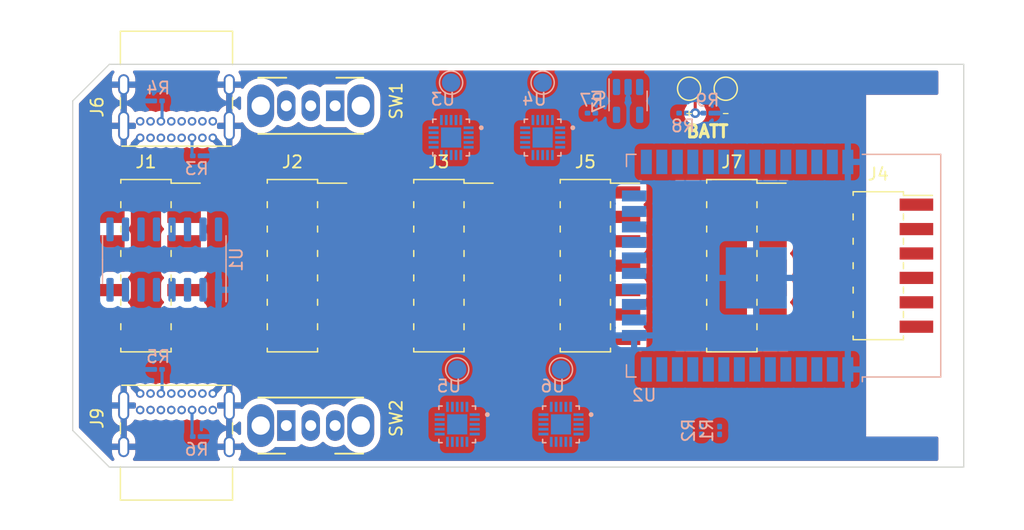
<source format=kicad_pcb>
(kicad_pcb (version 20211014) (generator pcbnew)
  (layers (0 "F.Cu" signal) (31 "B.Cu" signal) (34 "B.Paste" user) (35 "F.Paste" user) (36 "B.SilkS" user "B.Silkscreen") (37 "F.SilkS" user "F.Silkscreen") (38 "B.Mask" user) (39 "F.Mask" user) (44 "Edge.Cuts" user))
  (net 0 "")
  (net 41 "GND")
  (net 42 "+5V")
  (net 43 "/N76E003s (PWM + ADC + IO)/PWM0_0")
  (net 44 "/N76E003s (PWM + ADC + IO)/PWM0_1")
  (net 45 "/N76E003s (PWM + ADC + IO)/PWM0_2")
  (net 46 "/N76E003s (PWM + ADC + IO)/PWM0_3")
  (net 47 "+3V3")
  (net 48 "/N76E003s (PWM + ADC + IO)/ANA0_5")
  (net 49 "/N76E003s (PWM + ADC + IO)/ANA0_4")
  (net 50 "/N76E003s (PWM + ADC + IO)/ANA0_3")
  (net 51 "/N76E003s (PWM + ADC + IO)/ANA0_2")
  (net 52 "/N76E003s (PWM + ADC + IO)/ANA0_1")
  (net 53 "/N76E003s (PWM + ADC + IO)/ANA0_0")
  (net 54 "+BATT")
  (net 55 "Net-(TP3-Pad1)")
  (net 56 "Net-(TP4-Pad1)")
  (net 57 "Net-(TP5-Pad1)")
  (net 58 "/N76E003s (PWM + ADC + IO)/PWM0_5")
  (net 59 "/N76E003s (PWM + ADC + IO)/TXD0")
  (net 60 "/N76E003s (PWM + ADC + IO)/PWM0_4")
  (net 61 "/N76E003s (PWM + ADC + IO)/RXD0")
  (net 62 "/N76E003s (PWM + ADC + IO)/ANA0_6")
  (net 63 "/N76E003s (PWM + ADC + IO)/PWM1_5")
  (net 64 "/N76E003s (PWM + ADC + IO)/PWM1_2")
  (net 65 "/N76E003s (PWM + ADC + IO)/PWM1_1")
  (net 66 "/N76E003s (PWM + ADC + IO)/PWM1_0")
  (net 67 "/N76E003s (PWM + ADC + IO)/ANA1_5")
  (net 68 "/N76E003s (PWM + ADC + IO)/ANA1_1")
  (net 69 "/N76E003s (PWM + ADC + IO)/ANA1_3")
  (net 70 "/N76E003s (PWM + ADC + IO)/ANA1_4")
  (net 71 "/N76E003s (PWM + ADC + IO)/ANA1_2")
  (net 72 "/N76E003s (PWM + ADC + IO)/ANA1_0")
  (net 73 "/N76E003s (PWM + ADC + IO)/TXD1")
  (net 74 "/N76E003s (PWM + ADC + IO)/PWM1_3")
  (net 75 "/N76E003s (PWM + ADC + IO)/PWM1_4")
  (net 76 "/N76E003s (PWM + ADC + IO)/RXD1")
  (net 77 "/N76E003s (PWM + ADC + IO)/ANA1_6")
  (net 78 "/N76E003s (PWM + ADC + IO)/ANA2_3")
  (net 79 "/N76E003s (PWM + ADC + IO)/ANA2_2")
  (net 80 "/N76E003s (PWM + ADC + IO)/ANA2_1")
  (net 81 "/N76E003s (PWM + ADC + IO)/ANA2_0")
  (net 82 "/N76E003s (PWM + ADC + IO)/PWM2_0")
  (net 83 "/N76E003s (PWM + ADC + IO)/PWM2_1")
  (net 84 "/N76E003s (PWM + ADC + IO)/PWM2_2")
  (net 85 "/N76E003s (PWM + ADC + IO)/PWM2_3")
  (net 86 "/N76E003s (PWM + ADC + IO)/ANA2_6")
  (net 87 "/N76E003s (PWM + ADC + IO)/ANA2_5")
  (net 88 "/N76E003s (PWM + ADC + IO)/ANA2_4")
  (net 89 "/N76E003s (PWM + ADC + IO)/PWM2_4")
  (net 90 "/N76E003s (PWM + ADC + IO)/PWM2_5")
  (net 91 "/N76E003s (PWM + ADC + IO)/TXD2")
  (net 92 "/N76E003s (PWM + ADC + IO)/RXD2")
  (net 93 "/N76E003s (PWM + ADC + IO)/ANA3_0")
  (net 94 "/N76E003s (PWM + ADC + IO)/ANA3_1")
  (net 95 "/N76E003s (PWM + ADC + IO)/ANA3_2")
  (net 96 "/N76E003s (PWM + ADC + IO)/ANA3_3")
  (net 97 "/N76E003s (PWM + ADC + IO)/ANA3_4")
  (net 98 "/N76E003s (PWM + ADC + IO)/ANA3_5")
  (net 99 "/N76E003s (PWM + ADC + IO)/ANA3_6")
  (net 100 "/N76E003s (PWM + ADC + IO)/PWM3_1")
  (net 101 "/N76E003s (PWM + ADC + IO)/PWM3_0")
  (net 102 "Net-(TP6-Pad1)")
  (net 103 "/N76E003s (PWM + ADC + IO)/PWM3_5")
  (net 104 "/N76E003s (PWM + ADC + IO)/PWM3_2")
  (net 105 "/N76E003s (PWM + ADC + IO)/TXD3")
  (net 106 "/N76E003s (PWM + ADC + IO)/PWM3_3")
  (net 107 "/N76E003s (PWM + ADC + IO)/PWM3_4")
  (net 108 "/N76E003s (PWM + ADC + IO)/RXD3")
  (net 109 "VBUS")
  (net 110 "Net-(J6-PadA5)")
  (net 111 "/USB_DP")
  (net 112 "/USB_DN")
  (net 113 "Net-(J6-PadB5)")
  (net 114 "Net-(J9-PadA5)")
  (net 115 "Net-(J9-PadB5)")
  (net 116 "/PWM0")
  (net 118 "/PWM1")
  (net 119 "/ANA4")
  (net 120 "/ANA3")
  (net 121 "/ANA2")
  (net 122 "/ANA0")
  (net 123 "/ANA1")
  (net 124 "/I2C_SDA")
  (net 125 "/I2C_SCL")
  (net 126 "Net-(R7-Pad2)")
  (net 127 "/VSENSE")
  (net 128 "/VIN")
  (footprint "Connector_USB:USB_C_Receptacle_GCT_USB4085" (layer "F.Cu") (at 45.525 73.975)
    (fp_text reference "J9")
    (fp_text value "USB_C_Receptacle_USB2.0")
  )
  (footprint "Button_Switch_THT:SW_CuK_OS102011MA1QN1_SPDT_Angled" (layer "F.Cu") (at 57.5 76.6)
    (fp_text reference "SW2")
    (fp_text value "SW_SPDT")
  )
  (footprint "Connector_USB:USB_C_Receptacle_GCT_USB4085" (layer "F.Cu") (at 51.475 53.025 180)
    (fp_text reference "J6")
    (fp_text value "USB_C_Receptacle_USB2.0")
  )
  (footprint "Connector_PinSocket_2.00mm:PinSocket_2x07_P2.00mm_Vertical_SMD" (layer "F.Cu") (at 58 63.5)
    (fp_text reference "J2")
    (fp_text value "Conn_02x07_Counter_Clockwise")
  )
  (footprint "Connector_PinSocket_2.00mm:PinSocket_2x06_P2.00mm_Vertical_SMD" (layer "F.Cu") (at 106 63.5)
    (fp_text reference "J4")
    (fp_text value "Conn_02x06_Counter_Clockwise")
  )
  (footprint "Connector_PinSocket_2.00mm:PinSocket_2x07_P2.00mm_Vertical_SMD" (layer "F.Cu") (at 94 63.5)
    (fp_text reference "J7")
    (fp_text value "Conn_02x07_Counter_Clockwise")
  )
  (footprint "Connector_PinSocket_2.00mm:PinSocket_2x07_P2.00mm_Vertical_SMD" (layer "F.Cu") (at 82 63.5)
    (fp_text reference "J5")
    (fp_text value "Conn_02x07_Counter_Clockwise")
  )
  (footprint "TestPoint:TestPoint_Pad_D1.5mm" (layer "F.Cu") (at 93.5 49)
    (fp_text reference "TP2" hide)
    (fp_text value "TestPoint")
  )
  (footprint "Connector_PinSocket_2.00mm:PinSocket_2x07_P2.00mm_Vertical_SMD" (layer "F.Cu") (at 46 63.5)
    (fp_text reference "J1")
    (fp_text value "Conn_02x07_Counter_Clockwise")
  )
  (footprint "Connector_PinSocket_2.00mm:PinSocket_2x07_P2.00mm_Vertical_SMD" (layer "F.Cu") (at 70 63.5)
    (fp_text reference "J3")
    (fp_text value "Conn_02x07_Counter_Clockwise")
  )
  (footprint "Button_Switch_THT:SW_CuK_OS102011MA1QN1_SPDT_Angled" (layer "F.Cu") (at 61.5 50.4 180)
    (fp_text reference "SW1")
    (fp_text value "SW_SPDT")
  )
  (footprint "TestPoint:TestPoint_Pad_D1.5mm" (layer "F.Cu") (at 90.5 49)
    (fp_text reference "TP1" hide)
    (fp_text value "TestPoint")
  )
  (footprint "Resistor_SMD:R_0201_0603Metric" (layer "B.Cu") (at 92 51 180)
    (fp_text reference "R9")
    (fp_text value "1M")
  )
  (footprint "Footprint:QFN40P300X300X80-21N" (layer "B.Cu") (at 71 53 180)
    (fp_text reference "U3")
    (fp_text value "N76E003AQ20")
  )
  (footprint "Resistor_SMD:R_0201_0603Metric" (layer "B.Cu") (at 93 77 -90)
    (fp_text reference "R1")
    (fp_text value "10K")
  )
  (footprint "TestPoint:TestPoint_Pad_D1.5mm" (layer "B.Cu") (at 78.5 48.5 180)
    (fp_text reference "TP4" hide)
    (fp_text value "TestPoint")
  )
  (footprint "TestPoint:TestPoint_Pad_D1.5mm" (layer "B.Cu") (at 80 72 180)
    (fp_text reference "TP6" hide)
    (fp_text value "TestPoint")
  )
  (footprint "TestPoint:TestPoint_Pad_D1.5mm" (layer "B.Cu") (at 71 48.5 180)
    (fp_text reference "TP3" hide)
    (fp_text value "TestPoint")
  )
  (footprint "Package_TO_SOT_SMD:SOT-23-5" (layer "B.Cu") (at 85.5 50 -90)
    (fp_text reference "U7")
    (fp_text value "MCP73811T-420I-OT")
  )
  (footprint "Package_SO:SOIC-16_3.9x9.9mm_P1.27mm" (layer "B.Cu") (at 47.5 63 90)
    (fp_text reference "U1")
    (fp_text value "CH340C")
  )
  (footprint "Resistor_SMD:R_0201_0603Metric" (layer "B.Cu") (at 47 50 180)
    (fp_text reference "R4")
    (fp_text value "5K1")
  )
  (footprint "Footprint:QFN40P300X300X80-21N" (layer "B.Cu") (at 78.5 53 180)
    (fp_text reference "U4")
    (fp_text value "N76E003AQ20")
  )
  (footprint "Resistor_SMD:R_0201_0603Metric" (layer "B.Cu") (at 47 72 180)
    (fp_text reference "R5")
    (fp_text value "5K1")
  )
  (footprint "RF_Module:ESP32-WROOM-32" (layer "B.Cu") (at 95.25 63.5 90)
    (fp_text reference "U2")
    (fp_text value "ESP32-WROOM-32D")
  )
  (footprint "Footprint:QFN40P300X300X80-21N" (layer "B.Cu") (at 80 76.5 180)
    (fp_text reference "U6")
    (fp_text value "N76E003AQ20")
  )
  (footprint "TestPoint:TestPoint_Pad_D1.5mm" (layer "B.Cu") (at 71.5 72 180)
    (fp_text reference "TP5" hide)
    (fp_text value "TestPoint")
  )
  (footprint "Resistor_SMD:R_0201_0603Metric" (layer "B.Cu") (at 91.5 77 -90)
    (fp_text reference "R2")
    (fp_text value "10K")
  )
  (footprint "Footprint:QFN40P300X300X80-21N" (layer "B.Cu") (at 71.5 76.5 180)
    (fp_text reference "U5")
    (fp_text value "N76E003AQ20")
  )
  (footprint "Resistor_SMD:R_0201_0603Metric" (layer "B.Cu") (at 90 51)
    (fp_text reference "R8")
    (fp_text value "1M")
  )
  (footprint "Resistor_SMD:R_0201_0603Metric" (layer "B.Cu") (at 50.155 54.5)
    (fp_text reference "R3")
    (fp_text value "5K1")
  )
  (footprint "Resistor_SMD:R_0201_0603Metric" (layer "B.Cu") (at 50.155 77.5)
    (fp_text reference "R6")
    (fp_text value "5K1")
  )
  (footprint "Resistor_SMD:R_0201_0603Metric" (layer "B.Cu") (at 82.5 51 180)
    (fp_text reference "R7")
    (fp_text value "R")
  )
  (gr_line (start 113 47) (end 113 80) (layer "Edge.Cuts") (width 0.1))
  (gr_line (start 43 47) (end 40 50) (layer "Edge.Cuts") (width 0.1))
  (gr_line (start 43 47) (end 113 47) (layer "Edge.Cuts") (width 0.1))
  (gr_line (start 40 50) (end 40 77) (layer "Edge.Cuts") (width 0.1))
  (gr_line (start 43 80) (end 113 80) (layer "Edge.Cuts") (width 0.1))
  (gr_line (start 40 77) (end 43 80) (layer "Edge.Cuts") (width 0.1))
  (gr_text "BATT" (at 92 52.5) (layer "F.SilkS") (effects (font (size 1 1) (thickness 0.25))))
  (gr_text "-" (at 93.5 51) (layer "F.SilkS") (effects (font (size 0.5 0.5) (thickness 0.1)) (justify mirror)))
  (gr_text "+" (at 90.5 51) (layer "F.SilkS") (effects (font (size 0.5 0.5) (thickness 0.1)) (justify mirror)))
  (segment (start 91 51) (end 91 49.5) (width 0.25) (layer "F.Cu") (net 54))
  (segment (start 91 49.5) (end 90.5 49) (width 0.25) (layer "F.Cu") (net 54))
  (via (at 91 51) (size 0.8) (drill 0.4) (layers "F.Cu" "B.Cu") (net 54))
  (segment (start 90.32 51) (end 91.68 51) (width 0.25) (layer "B.Cu") (net 54))
  (segment (start 49.775 53.025) (end 49.775 54.44) (width 0.25) (layer "B.Cu") (net 110))
  (segment (start 49.775 54.44) (end 49.835 54.5) (width 0.25) (layer "B.Cu") (net 110))
  (segment (start 47.225 51.675) (end 47.32 51.58) (width 0.25) (layer "B.Cu") (net 113))
  (segment (start 47.32 51.58) (end 47.32 50) (width 0.25) (layer "B.Cu") (net 113))
  (segment (start 47.32 73.88) (end 47.32 72) (width 0.25) (layer "B.Cu") (net 114))
  (segment (start 47.225 73.975) (end 47.32 73.88) (width 0.25) (layer "B.Cu") (net 114))
  (segment (start 49.775 77.44) (end 49.835 77.5) (width 0.25) (layer "B.Cu") (net 115))
  (segment (start 49.775 75.325) (end 49.775 77.44) (width 0.25) (layer "B.Cu") (net 115))
  (zone (net 41) (net_name "GND") (layer "F.Cu") (connect_pads (clearance 0.508)) (min_thickness 0.254) (fill yes (thermal_gap 0.508) (thermal_bridge_width 0.508))
    (polygon (pts (xy 113 49.5) (xy 105 49.5) (xy 105 77.5) (xy 113 77.5) (xy 113 80) (xy 40 80) (xy 40 47) (xy 113 47)))
  )
  (zone (net 41) (net_name "GND") (layer "B.Cu") (connect_pads (clearance 0.508)) (min_thickness 0.254) (fill yes (thermal_gap 0.508) (thermal_bridge_width 0.508))
    (polygon (pts (xy 113 49.5) (xy 105 49.5) (xy 105 77.5) (xy 113 77.5) (xy 113 80) (xy 40 80) (xy 40 47) (xy 113 47)))
  )
)
</source>
